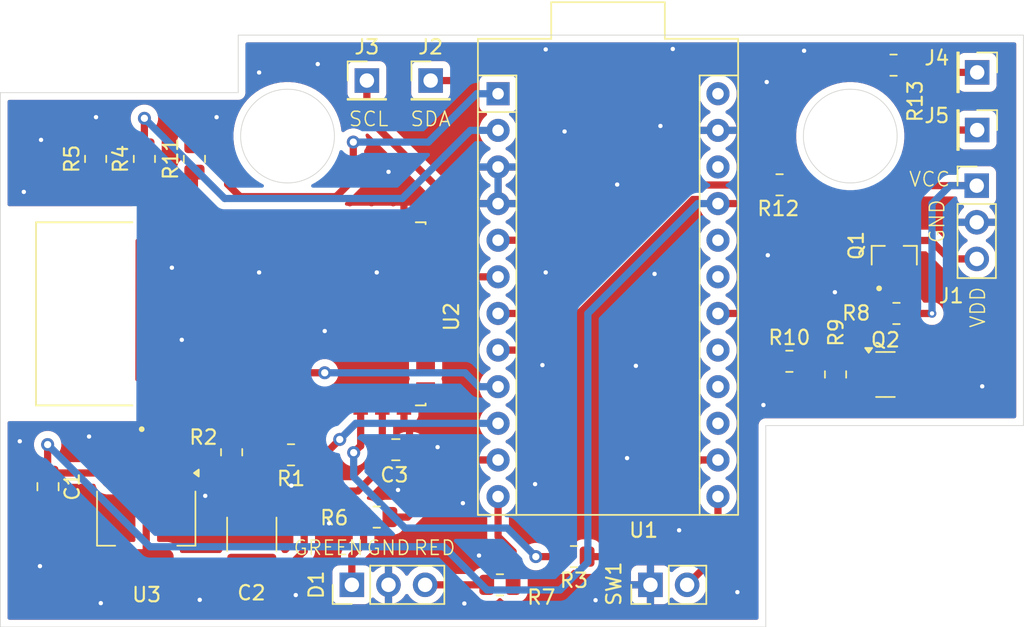
<source format=kicad_pcb>
(kicad_pcb (version 20241229) (generator "pcbnew") (generator_version "9.0")
  (layers (0 "F.Cu" signal) (2 "B.Cu" signal) (13 "F.Paste" user) (15 "B.Paste" user) (5 "F.SilkS" user "F.Silkscreen") (7 "B.SilkS" user "B.Silkscreen") (1 "F.Mask" user) (3 "B.Mask" user) (25 "Edge.Cuts" user))
  (net 0 "")
  (net 1 "Net-(Q2-C)")
  (net 2 "GND")
  (net 3 "Net-(Q2-B)")
  (net 4 "Net-(U1-D8{slash}A8)")
  (net 5 "VCC")
  (net 8 "Net-(U1-~D9{slash}A9)")
  (net 10 "Net-(U1-D16)")
  (net 12 "Net-(J4-Pin_1)")
  (net 13 "Net-(U1-~D10{slash}A10)")
  (net 14 "Net-(U1-D7)")
  (net 16 "Net-(U1-~D6{slash}A7)")
  (net 17 "Net-(J5-Pin_1)")
  (net 18 "Net-(U2-PIO[11])")
  (net 20 "Net-(U2-~{RESETB})")
  (net 31 "Net-(U2-UART-RX)")
  (net 33 "+3V3")
  (net 36 "Net-(U2-PIO[9])")
  (net 47 "Net-(D1-A2)")
  (net 48 "Net-(D1-A1)")
  (net 49 "VDD")
  (net 50 "Net-(J2-Pin_1)")
  (net 51 "Net-(J3-Pin_1)")
  (net 52 "Net-(U1-D19{slash}A1)")
  (net 54 "Net-(U1-D0{slash}RX)")
  (net 55 "Net-(U1-D1{slash}TX)")
  (net 57 "Net-(U1-~D5)")
  (net 58 "Net-(U1-D4{slash}A6)")
  (footprint "Resistor_SMD:R_0805_2012Metric" (layer "F.Cu") (at 89.5477 78.0034 90)
    (property "Reference" "R11" (at 0 -1.65 90) (layer "F.SilkS"))
    (property "Value" "470R")
    (fp_line (start -0.227064 -0.735) (end 0.227064 -0.735) (stroke (width 0.12)) (layer "F.SilkS"))
    (fp_line (start -0.227064 0.735) (end 0.227064 0.735) (stroke (width 0.12)) (layer "F.SilkS"))
    (pad "1" smd roundrect (at -0.9125 0 90) (size 1.025 1.4) (layers "F.Cu" "F.Mask" "F.Paste") (roundrect_rratio 0.243902) (net 36 "Net-(U2-PIO[9])"))
    (pad "2" smd roundrect (at 0.9125 0 90) (size 1.025 1.4) (layers "F.Cu" "F.Mask" "F.Paste") (roundrect_rratio 0.243902) (net 55 "Net-(U1-D1{slash}TX)"))
  )
  (footprint "Capacitor_SMD:C_1812_4532Metric" (layer "F.Cu") (at 93.5228 104.0384 90)
    (property "Reference" "C2" (at -4.064 -0.0254 180) (layer "F.SilkS"))
    (property "Value" "10uF")
    (fp_line (start -1.161252 -1.71) (end 1.161252 -1.71) (stroke (width 0.12)) (layer "F.SilkS"))
    (fp_line (start -1.161252 1.71) (end 1.161252 1.71) (stroke (width 0.12)) (layer "F.SilkS"))
    (pad "1" smd roundrect (at -2.05 0 90) (size 1.4 3.4) (layers "F.Cu" "F.Mask" "F.Paste") (roundrect_rratio 0.178571) (net 33 "+3V3"))
    (pad "2" smd roundrect (at 2.05 0 90) (size 1.4 3.4) (layers "F.Cu" "F.Mask" "F.Paste") (roundrect_rratio 0.178571) (net 2 "GND"))
  )
  (footprint "Package_TO_SOT_SMD:SOT-23" (layer "F.Cu") (at 137.4371 92.9538)
    (property "Reference" "Q2" (at 0 -2.4 0) (layer "F.SilkS"))
    (property "Value" "BC847" (hide yes))
    (fp_line (start 0 -1.56) (end -0.65 -1.56) (stroke (width 0.12)) (layer "F.SilkS"))
    (fp_line (start 0 -1.56) (end 0.65 -1.56) (stroke (width 0.12)) (layer "F.SilkS"))
    (fp_line (start 0 1.56) (end -0.65 1.56) (stroke (width 0.12)) (layer "F.SilkS"))
    (fp_line (start 0 1.56) (end 0.65 1.56) (stroke (width 0.12)) (layer "F.SilkS"))
    (fp_poly (pts (xy -1.1625 -1.51) (xy -1.4025 -1.84) (xy -0.9225 -1.84) (xy -1.1625 -1.51)) (stroke (width 0.12)) (fill yes) (layer "F.SilkS"))
    (pad "1" smd roundrect (at -0.9375 -0.95) (size 1.475 0.6) (layers "F.Cu" "F.Mask" "F.Paste") (net 3 "Net-(Q2-B)"))
    (pad "2" smd roundrect (at -0.9375 0.95) (size 1.475 0.6) (layers "F.Cu" "F.Mask" "F.Paste") (net 2 "GND"))
    (pad "3" smd roundrect (at 0.9375 0) (size 1.475 0.6) (layers "F.Cu" "F.Mask" "F.Paste") (net 1 "Net-(Q2-C)"))
  )
  (footprint "Capacitor_SMD:C_0805_2012Metric" (layer "F.Cu") (at 79.4004 100.7364 -90)
    (property "Reference" "C1" (at 0 -1.68 90) (layer "F.SilkS"))
    (property "Value" "100nF")
    (fp_line (start -0.261252 0.735) (end 0.261252 0.735) (stroke (width 0.12)) (layer "F.SilkS"))
    (fp_line (start -0.261252 -0.735) (end 0.261252 -0.735) (stroke (width 0.12)) (layer "F.SilkS"))
    (pad "1" smd roundrect (at -0.95 0 270) (size 1 1.45) (layers "F.Cu" "F.Mask" "F.Paste") (net 5 "VCC"))
    (pad "2" smd roundrect (at 0.95 0 270) (size 1 1.45) (layers "F.Cu" "F.Mask" "F.Paste") (net 2 "GND"))
  )
  (footprint "Resistor_SMD:R_0805_2012Metric" (layer "F.Cu") (at 96.2406 98.5266 180)
    (property "Reference" "R1" (at 0 -1.65 0) (layer "F.SilkS"))
    (property "Value" "1kR")
    (fp_line (start -0.227064 0.735) (end 0.227064 0.735) (stroke (width 0.12)) (layer "F.SilkS"))
    (fp_line (start -0.227064 -0.735) (end 0.227064 -0.735) (stroke (width 0.12)) (layer "F.SilkS"))
    (pad "1" smd roundrect (at -0.9125 0 180) (size 1.025 1.4) (layers "F.Cu" "F.Mask" "F.Paste") (roundrect_rratio 0.243902) (net 14 "Net-(U1-D7)"))
    (pad "2" smd roundrect (at 0.9125 0 180) (size 1.025 1.4) (layers "F.Cu" "F.Mask" "F.Paste") (roundrect_rratio 0.243902) (net 31 "Net-(U2-UART-RX)"))
  )
  (footprint "Capacitor_SMD:C_0805_2012Metric" (layer "F.Cu") (at 103.505 98.171)
    (property "Reference" "C3" (at -0.1016 1.7526 0) (layer "F.SilkS"))
    (property "Value" "100nF")
    (fp_line (start -0.261252 -0.735) (end 0.261252 -0.735) (stroke (width 0.12)) (layer "F.SilkS"))
    (fp_line (start -0.261252 0.735) (end 0.261252 0.735) (stroke (width 0.12)) (layer "F.SilkS"))
    (pad "1" smd roundrect (at -0.95 0) (size 1 1.45) (layers "F.Cu" "F.Mask" "F.Paste") (net 33 "+3V3"))
    (pad "2" smd roundrect (at 0.95 0) (size 1 1.45) (layers "F.Cu" "F.Mask" "F.Paste") (net 2 "GND"))
  )
  (footprint "Arduino:Sparkfun_Pro_Micro" (layer "F.Cu") (at 125.8316 101.4222 180)
    (property "Reference" "U1" (at 5.1562 -2.3368 0) (layer "F.SilkS"))
    (property "Value" "Sparkfun_Pro_Micro")
    (fp_line (start 16.637 31.75) (end 16.64 -1.27) (stroke (width 0.12)) (layer "F.SilkS"))
    (fp_line (start 16.637 -1.27) (end 1.27 -1.27) (stroke (width 0.12)) (layer "F.SilkS"))
    (fp_line (start 13.97 29.21) (end 16.64 29.21) (stroke (width 0.12)) (layer "F.SilkS"))
    (fp_line (start 13.97 26.67) (end 16.64 26.67) (stroke (width 0.12)) (layer "F.SilkS"))
    (fp_line (start 13.97 -1.27) (end 16.64 -1.27) (stroke (width 0.12)) (layer "F.SilkS"))
    (fp_line (start 13.97 -1.27) (end 13.97 29.21) (stroke (width 0.12)) (layer "F.SilkS"))
    (fp_line (start 11.557 34.29) (end 11.557 31.75) (stroke (width 0.12)) (layer "F.SilkS"))
    (fp_line (start 11.557 31.75) (end 16.637 31.75) (stroke (width 0.12)) (layer "F.SilkS"))
    (fp_line (start 3.683 34.29) (end 11.557 34.29) (stroke (width 0.12)) (layer "F.SilkS"))
    (fp_line (start 3.683 34.29) (end 3.683 31.75) (stroke (width 0.12)) (layer "F.SilkS"))
    (fp_line (start 1.27 29.21) (end -1.4 29.21) (stroke (width 0.12)) (layer "F.SilkS"))
    (fp_line (start 1.27 1.27) (end 1.27 29.21) (stroke (width 0.12)) (layer "F.SilkS"))
    (fp_line (start 1.27 1.27) (end 1.27 -1.27) (stroke (width 0.12)) (layer "F.SilkS"))
    (fp_line (start 1.27 -1.27) (end -1.397 -1.27) (stroke (width 0.12)) (layer "F.SilkS"))
    (fp_line (start -1.397 31.75) (end 3.683 31.75) (stroke (width 0.12)) (layer "F.SilkS"))
    (fp_line (start -1.397 -1.27) (end -1.397 31.75) (stroke (width 0.12)) (layer "F.SilkS"))
    (pad "1" thru_hole rect (at 15.24 27.94 180) (size 1.6 1.6) (drill 0.8) (layers "*.Cu" "*.Mask") (net 55 "Net-(U1-D1{slash}TX)"))
    (pad "2" thru_hole oval (at 15.24 25.4 180) (size 1.6 1.6) (drill 0.8) (layers "*.Cu" "*.Mask") (net 54 "Net-(U1-D0{slash}RX)"))
    (pad "3" thru_hole oval (at 15.24 22.86 180) (size 1.6 1.6) (drill 0.8) (layers "*.Cu" "*.Mask") (net 2 "GND"))
    (pad "4" thru_hole oval (at 15.24 20.32 180) (size 1.6 1.6) (drill 0.8) (layers "*.Cu" "*.Mask") (net 2 "GND"))
    (pad "5" thru_hole oval (at 15.24 17.78 180) (size 1.6 1.6) (drill 0.8) (layers "*.Cu" "*.Mask") (net 50 "Net-(J2-Pin_1)"))
    (pad "6" thru_hole oval (at 15.24 15.24 180) (size 1.6 1.6) (drill 0.8) (layers "*.Cu" "*.Mask") (net 51 "Net-(J3-Pin_1)"))
    (pad "7" thru_hole oval (at 15.24 12.7 180) (size 1.6 1.6) (drill 0.8) (layers "*.Cu" "*.Mask") (net 58 "Net-(U1-D4{slash}A6)"))
    (pad "8" thru_hole oval (at 15.24 10.16 180) (size 1.6 1.6) (drill 0.8) (layers "*.Cu" "*.Mask") (net 57 "Net-(U1-~D5)"))
    (pad "9" thru_hole oval (at 15.24 7.62 180) (size 1.6 1.6) (drill 0.8) (layers "*.Cu" "*.Mask") (net 16 "Net-(U1-~D6{slash}A7)"))
    (pad "10" thru_hole oval (at 15.24 5.08 180) (size 1.6 1.6) (drill 0.8) (layers "*.Cu" "*.Mask") (net 14 "Net-(U1-D7)"))
    (pad "11" thru_hole oval (at 15.24 2.54 180) (size 1.6 1.6) (drill 0.8) (layers "*.Cu" "*.Mask") (net 4 "Net-(U1-D8{slash}A8)"))
    (pad "12" thru_hole oval (at 15.24 0 180) (size 1.6 1.6) (drill 0.8) (layers "*.Cu" "*.Mask") (net 8 "Net-(U1-~D9{slash}A9)"))
    (pad "13" thru_hole oval (at 0 0 180) (size 1.6 1.6) (drill 0.8) (layers "*.Cu" "*.Mask") (net 13 "Net-(U1-~D10{slash}A10)"))
    (pad "14" thru_hole oval (at 0 2.54 180) (size 1.6 1.6) (drill 0.8) (layers "*.Cu" "*.Mask") (net 10 "Net-(U1-D16)"))
    (pad "15" thru_hole oval (at 0 5.08 180) (size 1.6 1.6) (drill 0.8) (layers "*.Cu" "*.Mask"))
    (pad "16" thru_hole oval (at 0 7.62 180) (size 1.6 1.6) (drill 0.8) (layers "*.Cu" "*.Mask"))
    (pad "17" thru_hole oval (at 0 10.16 180) (size 1.6 1.6) (drill 0.8) (layers "*.Cu" "*.Mask"))
    (pad "18" thru_hole oval (at 0 12.7 180) (size 1.6 1.6) (drill 0.8) (layers "*.Cu" "*.Mask") (net 52 "Net-(U1-D19{slash}A1)"))
    (pad "19" thru_hole oval (at 0 15.24 180) (size 1.6 1.6) (drill 0.8) (layers "*.Cu" "*.Mask"))
    (pad "20" thru_hole oval (at 0 17.78 180) (size 1.6 1.6) (drill 0.8) (layers "*.Cu" "*.Mask"))
    (pad "21" thru_hole oval (at 0 20.32 180) (size 1.6 1.6) (drill 0.8) (layers "*.Cu" "*.Mask") (net 5 "VCC"))
    (pad "22" thru_hole oval (at 0 22.86 180) (size 1.6 1.6) (drill 0.8) (layers "*.Cu" "*.Mask"))
    (pad "23" thru_hole oval (at 0 25.4 180) (size 1.6 1.6) (drill 0.8) (layers "*.Cu" "*.Mask") (net 2 "GND"))
    (pad "24" thru_hole oval (at 0 27.94 180) (size 1.6 1.6) (drill 0.8) (layers "*.Cu" "*.Mask"))
  )
  (footprint "irlml5103:SOT95P237X112-3N" (layer "F.Cu") (at 138.049 84.6836 90)
    (property "Reference" "Q1" (at 0.675 -2.635 90) (layer "F.SilkS"))
    (property "Value" "IRLML5103TRPBF" (hide yes))
    (fp_line (start 0.65 -1.565) (end 0.65 -0.65) (stroke (width 0.127)) (layer "F.SilkS"))
    (fp_line (start -0.65 -1.565) (end 0.65 -1.565) (stroke (width 0.127)) (layer "F.SilkS"))
    (fp_line (start 0.65 0.65) (end 0.65 1.565) (stroke (width 0.127)) (layer "F.SilkS"))
    (fp_line (start 0.65 1.565) (end -0.65 1.565) (stroke (width 0.127)) (layer "F.SilkS"))
    (fp_circle (center -2.3 -1.05) (end -2.2 -1.05) (stroke (width 0.2)) (fill no) (layer "F.SilkS"))
    (pad "1" smd roundrect (at -1.025 -0.95 90) (size 1.3 0.59) (layers "F.Cu" "F.Mask" "F.Paste") (roundrect_rratio 0.125) (net 1 "Net-(Q2-C)"))
    (pad "2" smd roundrect (at -1.025 0.95 90) (size 1.3 0.59) (layers "F.Cu" "F.Mask" "F.Paste") (roundrect_rratio 0.125) (net 5 "VCC"))
    (pad "3" smd roundrect (at 1.025 0 90) (size 1.3 0.59) (layers "F.Cu" "F.Mask" "F.Paste") (roundrect_rratio 0.125) (net 49 "VDD"))
  )
  (footprint "Resistor_SMD:R_0805_2012Metric" (layer "F.Cu") (at 86.0806 78.0034 90)
    (property "Reference" "R4" (at 0 -1.65 90) (layer "F.SilkS"))
    (property "Value" "470R")
    (fp_line (start -0.227064 -0.735) (end 0.227064 -0.735) (stroke (width 0.12)) (layer "F.SilkS"))
    (fp_line (start -0.227064 0.735) (end 0.227064 0.735) (stroke (width 0.12)) (layer "F.SilkS"))
    (pad "1" smd roundrect (at -0.9125 0 90) (size 1.025 1.4) (layers "F.Cu" "F.Mask" "F.Paste") (roundrect_rratio 0.243902) (net 18 "Net-(U2-PIO[11])"))
    (pad "2" smd roundrect (at 0.9125 0 90) (size 1.025 1.4) (layers "F.Cu" "F.Mask" "F.Paste") (roundrect_rratio 0.243902) (net 54 "Net-(U1-D0{slash}RX)"))
  )
  (footprint "Connector_PinHeader_2.54mm:PinHeader_1x02_P2.54mm_Vertical" (layer "F.Cu") (at 121.153 107.5436 90)
    (property "Reference" "SW1" (at 0.0762 -2.535 90) (layer "F.SilkS"))
    (property "Value" "Control Button")
    (fp_line (start -1.33 -1.33) (end 0 -1.33) (stroke (width 0.12)) (layer "F.SilkS"))
    (fp_line (start -1.33 0) (end -1.33 -1.33) (stroke (width 0.12)) (layer "F.SilkS"))
    (fp_line (start 1.33 1.27) (end 1.33 3.87) (stroke (width 0.12)) (layer "F.SilkS"))
    (fp_line (start -1.33 1.27) (end 1.33 1.27) (stroke (width 0.12)) (layer "F.SilkS"))
    (fp_line (start -1.33 1.27) (end -1.33 3.87) (stroke (width 0.12)) (layer "F.SilkS"))
    (fp_line (start -1.33 3.87) (end 1.33 3.87) (stroke (width 0.12)) (layer "F.SilkS"))
    (pad "1" thru_hole rect (at 0 0 90) (size 1.7 1.7) (drill 1) (layers "*.Cu" "*.Mask") (net 2 "GND"))
    (pad "2" thru_hole oval (at 0 2.54 90) (size 1.7 1.7) (drill 1) (layers "*.Cu" "*.Mask") (net 13 "Net-(U1-~D10{slash}A10)"))
  )
  (footprint "Resistor_SMD:R_0805_2012Metric" (layer "F.Cu") (at 82.7024 78.0034 90)
    (property "Reference" "R5" (at 0 -1.65 90) (layer "F.SilkS"))
    (property "Value" "10kR")
    (fp_line (start -0.227064 -0.735) (end 0.227064 -0.735) (stroke (width 0.12)) (layer "F.SilkS"))
    (fp_line (start -0.227064 0.735) (end 0.227064 0.735) (stroke (width 0.12)) (layer "F.SilkS"))
    (pad "1" smd roundrect (at -0.9125 0 90) (size 1.025 1.4) (layers "F.Cu" "F.Mask" "F.Paste") (roundrect_rratio 0.243902) (net 18 "Net-(U2-PIO[11])"))
    (pad "2" smd roundrect (at 0.9125 0 90) (size 1.025 1.4) (layers "F.Cu" "F.Mask" "F.Paste") (roundrect_rratio 0.243902) (net 2 "GND"))
  )
  (footprint "hc-05:XCVR_HC-05" (layer "F.Cu") (at 92.3944 88.7476 90)
    (property "Reference" "U2" (at -0.2032 14.9714 90) (layer "F.SilkS"))
    (property "Value" "HC-05")
    (fp_line (start 6.35 -13.825) (end 6.35 -7.145) (stroke (width 0.127)) (layer "F.SilkS"))
    (fp_line (start -6.35 -13.825) (end 6.35 -13.825) (stroke (width 0.127)) (layer "F.SilkS"))
    (fp_line (start -6.35 -7.145) (end -6.35 -13.825) (stroke (width 0.127)) (layer "F.SilkS"))
    (fp_line (start -6.35 12.495) (end -6.35 13.175) (stroke (width 0.127)) (layer "F.SilkS"))
    (fp_line (start 6.35 13.175) (end 6.35 12.495) (stroke (width 0.127)) (layer "F.SilkS"))
    (fp_line (start 6.22 13.175) (end 6.35 13.175) (stroke (width 0.127)) (layer "F.SilkS"))
    (fp_line (start -6.35 13.175) (end -6.22 13.175) (stroke (width 0.127)) (layer "F.SilkS"))
    (fp_circle (center -8 -6.5) (end -7.9 -6.5) (stroke (width 0.2)) (fill no) (layer "F.SilkS"))
    (pad "1" smd rect (at -6.35 -6.325 90) (size 1.3 1) (layers "F.Cu" "F.Mask" "F.Paste") (net 16 "Net-(U1-~D6{slash}A7)"))
    (pad "2" smd rect (at -6.35 -4.825 90) (size 1.3 1) (layers "F.Cu" "F.Mask" "F.Paste") (net 31 "Net-(U2-UART-RX)"))
    (pad "3" smd rect (at -6.35 -3.325 90) (size 1.3 1) (layers "F.Cu" "F.Mask" "F.Paste"))
    (pad "4" smd rect (at -6.35 -1.825 90) (size 1.3 1) (layers "F.Cu" "F.Mask" "F.Paste"))
    (pad "5" smd rect (at -6.35 -0.325 90) (size 1.3 1) (layers "F.Cu" "F.Mask" "F.Paste"))
    (pad "6" smd rect (at -6.35 1.175 90) (size 1.3 1) (layers "F.Cu" "F.Mask" "F.Paste"))
    (pad "7" smd rect (at -6.35 2.675 90) (size 1.3 1) (layers "F.Cu" "F.Mask" "F.Paste"))
    (pad "8" smd rect (at -6.35 4.175 90) (size 1.3 1) (layers "F.Cu" "F.Mask" "F.Paste"))
    (pad "9" smd rect (at -6.35 5.675 90) (size 1.3 1) (layers "F.Cu" "F.Mask" "F.Paste"))
    (pad "10" smd rect (at -6.35 7.175 90) (size 1.3 1) (layers "F.Cu" "F.Mask" "F.Paste"))
    (pad "11" smd rect (at -6.35 8.675 90) (size 1.3 1) (layers "F.Cu" "F.Mask" "F.Paste") (net 20 "Net-(U2-~{RESETB})"))
    (pad "12" smd rect (at -6.35 10.175 90) (size 1.3 1) (layers "F.Cu" "F.Mask" "F.Paste") (net 33 "+3V3"))
    (pad "13" smd rect (at -6.35 11.675 90) (size 1.3 1) (layers "F.Cu" "F.Mask" "F.Paste") (net 2 "GND"))
    (pad "14" smd rect (at -5.25 13.175 90) (size 1 1.3) (layers "F.Cu" "F.Mask" "F.Paste"))
    (pad "15" smd rect (at -3.75 13.175 90) (size 1 1.3) (layers "F.Cu" "F.Mask" "F.Paste"))
    (pad "16" smd rect (at -2.25 13.175 90) (size 1 1.3) (layers "F.Cu" "F.Mask" "F.Paste"))
    (pad "17" smd rect (at -0.75 13.175 90) (size 1 1.3) (layers "F.Cu" "F.Mask" "F.Paste"))
    (pad "18" smd rect (at 0.75 13.175 90) (size 1 1.3) (layers "F.Cu" "F.Mask" "F.Paste"))
    (pad "19" smd rect (at 2.25 13.175 90) (size 1 1.3) (layers "F.Cu" "F.Mask" "F.Paste"))
    (pad "20" smd rect (at 3.75 13.175 90) (size 1 1.3) (layers "F.Cu" "F.Mask" "F.Paste"))
    (pad "21" smd rect (at 5.25 13.175 90) (size 1 1.3) (layers "F.Cu" "F.Mask" "F.Paste") (net 2 "GND"))
    (pad "22" smd rect (at 6.35 11.675 90) (size 1.3 1) (layers "F.Cu" "F.Mask" "F.Paste") (net 2 "GND"))
    (pad "23" smd rect (at 6.35 10.175 90) (size 1.3 1) (layers "F.Cu" "F.Mask" "F.Paste"))
    (pad "24" smd rect (at 6.35 8.675 90) (size 1.3 1) (layers "F.Cu" "F.Mask" "F.Paste"))
    (pad "25" smd rect (at 6.35 7.175 90) (size 1.3 1) (layers "F.Cu" "F.Mask" "F.Paste"))
    (pad "26" smd rect (at 6.35 5.675 90) (size 1.3 1) (layers "F.Cu" "F.Mask" "F.Paste"))
    (pad "27" smd rect (at 6.35 4.175 90) (size 1.3 1) (layers "F.Cu" "F.Mask" "F.Paste"))
    (pad "28" smd rect (at 6.35 2.675 90) (size 1.3 1) (layers "F.Cu" "F.Mask" "F.Paste"))
    (pad "29" smd rect (at 6.35 1.175 90) (size 1.3 1) (layers "F.Cu" "F.Mask" "F.Paste"))
    (pad "30" smd rect (at 6.35 -0.325 90) (size 1.3 1) (layers "F.Cu" "F.Mask" "F.Paste"))
    (pad "31" smd rect (at 6.35 -1.825 90) (size 1.3 1) (layers "F.Cu" "F.Mask" "F.Paste"))
    (pad "32" smd rect (at 6.35 -3.325 90) (size 1.3 1) (layers "F.Cu" "F.Mask" "F.Paste") (net 36 "Net-(U2-PIO[9])"))
    (pad "33" smd rect (at 6.35 -4.825 90) (size 1.3 1) (layers "F.Cu" "F.Mask" "F.Paste"))
    (pad "34" smd rect (at 6.35 -6.325 90) (size 1.3 1) (layers "F.Cu" "F.Mask" "F.Paste") (net 18 "Net-(U2-PIO[11])"))
    (zone (net 0) (net_name "") (layer "F.Cu") (connect_pads (clearance 0)) (min_thickness 0.01)
      (keepout (tracks not_allowed) (vias not_allowed) (pads not_allowed) (copperpour not_allowed) (footprints allowed))
      (fill (thermal_gap 0.508) (thermal_bridge_width 0.508))
      (polygon (pts (xy 78.5444 95.0976) (xy 78.5444 82.3976) (xy 85.4444 82.3976) (xy 85.4444 95.0976)))
    )
    (zone (net 0) (net_name "") (layer "B.Cu") (connect_pads (clearance 0)) (min_thickness 0.01)
      (keepout (tracks not_allowed) (vias not_allowed) (pads not_allowed) (copperpour not_allowed) (footprints allowed))
      (fill (thermal_gap 0.508) (thermal_bridge_width 0.508))
      (polygon (pts (xy 78.5444 95.0976) (xy 78.5444 82.3976) (xy 85.4444 82.3976) (xy 85.4444 95.0976)))
    )
  )
  (footprint "Resistor_SMD:R_0805_2012Metric" (layer "F.Cu") (at 138.2014 88.7222 180)
    (property "Reference" "R8" (at 2.794 0.0254 0) (layer "F.SilkS"))
    (property "Value" "10kR")
    (fp_line (start -0.227064 0.735) (end 0.227064 0.735) (stroke (width 0.12)) (layer "F.SilkS"))
    (fp_line (start -0.227064 -0.735) (end 0.227064 -0.735) (stroke (width 0.12)) (layer "F.SilkS"))
    (pad "1" smd roundrect (at -0.9125 0 180) (size 1.025 1.4) (layers "F.Cu" "F.Mask" "F.Paste") (roundrect_rratio 0.243902) (net 5 "VCC"))
    (pad "2" smd roundrect (at 0.9125 0 180) (size 1.025 1.4) (layers "F.Cu" "F.Mask" "F.Paste") (roundrect_rratio 0.243902) (net 1 "Net-(Q2-C)"))
  )
  (footprint "Connector_PinHeader_2.54mm:PinHeader_1x03_P2.54mm_Vertical" (layer "F.Cu") (at 100.457 107.5436 90)
    (property "Reference" "D1" (at 0 -2.4638 90) (layer "F.SilkS"))
    (property "Value" "LED_Dual_AKA")
    (fp_line (start -1.33 -1.33) (end 0 -1.33) (stroke (width 0.12)) (layer "F.SilkS"))
    (fp_line (start -1.33 0) (end -1.33 -1.33) (stroke (width 0.12)) (layer "F.SilkS"))
    (fp_line (start 1.33 1.27) (end 1.33 6.41) (stroke (width 0.12)) (layer "F.SilkS"))
    (fp_line (start -1.33 1.27) (end 1.33 1.27) (stroke (width 0.12)) (layer "F.SilkS"))
    (fp_line (start -1.33 1.27) (end -1.33 6.41) (stroke (width 0.12)) (layer "F.SilkS"))
    (fp_line (start -1.33 6.41) (end 1.33 6.41) (stroke (width 0.12)) (layer "F.SilkS"))
    (pad "1" thru_hole rect (at 0 0 90) (size 1.7 1.7) (drill 1) (layers "*.Cu" "*.Mask") (net 48 "Net-(D1-A1)"))
    (pad "2" thru_hole oval (at 0 2.54 90) (size 1.7 1.7) (drill 1) (layers "*.Cu" "*.Mask") (net 2 "GND"))
    (pad "3" thru_hole oval (at 0 5.08 90) (size 1.7 1.7) (drill 1) (layers "*.Cu" "*.Mask") (net 47 "Net-(D1-A2)"))
  )
  (footprint "Resistor_SMD:R_0805_2012Metric" (layer "F.Cu") (at 130.78 92.0394)
    (property "Reference" "R10" (at 0 -1.65 0) (layer "F.SilkS"))
    (property "Value" "10kR")
    (fp_line (start -0.227064 -0.735) (end 0.227064 -0.735) (stroke (width 0.12)) (layer "F.SilkS"))
    (fp_line (start -0.227064 0.735) (end 0.227064 0.735) (stroke (width 0.12)) (layer "F.SilkS"))
    (pad "1" smd roundrect (at -0.9125 0) (size 1.025 1.4) (layers "F.Cu" "F.Mask" "F.Paste") (roundrect_rratio 0.243902) (net 52 "Net-(U1-D19{slash}A1)"))
    (pad "2" smd roundrect (at 0.9125 0) (size 1.025 1.4) (layers "F.Cu" "F.Mask" "F.Paste") (roundrect_rratio 0.243902) (net 3 "Net-(Q2-B)"))
  )
  (footprint "Package_TO_SOT_SMD:SOT-223-3_TabPin2" (layer "F.Cu") (at 86.2076 102.9208 -90)
    (property "Reference" "U3" (at 5.3086 -0.0254 180) (layer "F.SilkS"))
    (property "Value" "LD1117S33TR_SOT223" (hide yes))
    (fp_line (start -1.85 3.41) (end 1.91 3.41) (stroke (width 0.12)) (layer "F.SilkS"))
    (fp_line (start 1.91 3.41) (end 1.91 2.15) (stroke (width 0.12)) (layer "F.SilkS"))
    (fp_line (start -1.85 -3.41) (end 1.91 -3.41) (stroke (width 0.12)) (layer "F.SilkS"))
    (fp_line (start 1.91 -3.41) (end 1.91 -2.15) (stroke (width 0.12)) (layer "F.SilkS"))
    (fp_poly (pts (xy -3.13 -3.31) (xy -3.37 -3.64) (xy -2.89 -3.64) (xy -3.13 -3.31)) (stroke (width 0.12)) (fill yes) (layer "F.SilkS"))
    (pad "1" smd roundrect (at -3.15 -2.3 270) (size 2 1.5) (layers "F.Cu" "F.Mask" "F.Paste") (net 2 "GND"))
    (pad "2" smd roundrect (at -3.15 0 270) (size 2 1.5) (layers "F.Cu" "F.Mask" "F.Paste") (net 33 "+3V3"))
    (pad "2" smd roundrect (at 3.15 0 270) (size 2 3.8) (layers "F.Cu" "F.Mask" "F.Paste") (net 33 "+3V3"))
    (pad "3" smd roundrect (at -3.15 2.3 270) (size 2 1.5) (layers "F.Cu" "F.Mask" "F.Paste") (net 5 "VCC"))
  )
  (footprint "Resistor_SMD:R_0805_2012Metric" (layer "F.Cu") (at 102.1842 102.8446)
    (property "Reference" "R6" (at -2.9464 0.0508 0) (layer "F.SilkS"))
    (property "Value" "470R")
    (fp_line (start -0.227064 -0.735) (end 0.227064 -0.735) (stroke (width 0.12)) (layer "F.SilkS"))
    (fp_line (start -0.227064 0.735) (end 0.227064 0.735) (stroke (width 0.12)) (layer "F.SilkS"))
    (pad "1" smd roundrect (at -0.9125 0) (size 1.025 1.4) (layers "F.Cu" "F.Mask" "F.Paste") (roundrect_rratio 0.243902) (net 48 "Net-(D1-A1)"))
    (pad "2" smd roundrect (at 0.9125 0) (size 1.025 1.4) (layers "F.Cu" "F.Mask" "F.Paste") (roundrect_rratio 0.243902) (net 4 "Net-(U1-D8{slash}A8)"))
  )
  (footprint "Resistor_SMD:R_0805_2012Metric" (layer "F.Cu") (at 130.1 79.8 180)
    (property "Reference" "R12" (at 0.0875 -1.65 0) (layer "F.SilkS"))
    (property "Value" "1k")
    (fp_line (start -0.227064 0.735) (end 0.227064 0.735) (stroke (width 0.12)) (layer "F.SilkS"))
    (fp_line (start -0.227064 -0.735) (end 0.227064 -0.735) (stroke (width 0.12)) (layer "F.SilkS"))
    (pad "1" smd roundrect (at -0.9125 0 180) (size 1.025 1.4) (layers "F.Cu" "F.Mask" "F.Paste") (roundrect_rratio 0.243902) (net 17 "Net-(J5-Pin_1)"))
    (pad "2" smd roundrect (at 0.9125 0 180) (size 1.025 1.4) (layers "F.Cu" "F.Mask" "F.Paste") (roundrect_rratio 0.243902) (net 57 "Net-(U1-~D5)"))
  )
  (footprint "Resistor_SMD:R_0805_2012Metric" (layer "F.Cu") (at 133.9804 92.9519 -90)
    (property "Reference" "R9" (at -2.9089 -0.03 90) (layer "F.SilkS"))
    (property "Value" "100kR")
    (fp_line (start -0.227064 0.735) (end 0.227064 0.735) (stroke (width 0.12)) (layer "F.SilkS"))
    (fp_line (start -0.227064 -0.735) (end 0.227064 -0.735) (stroke (width 0.12)) (layer "F.SilkS"))
    (pad "1" smd roundrect (at -0.9125 0 270) (size 1.025 1.4) (layers "F.Cu" "F.Mask" "F.Paste") (roundrect_rratio 0.243902) (net 3 "Net-(Q2-B)"))
    (pad "2" smd roundrect (at 0.9125 0 270) (size 1.025 1.4) (layers "F.Cu" "F.Mask" "F.Paste") (roundrect_rratio 0.243902) (net 2 "GND"))
  )
  (footprint "Connector_PinHeader_2.54mm:PinHeader_1x01_P2.54mm_Vertical" (layer "F.Cu") (at 143.794 76 -90)
    (property "Reference" "J5" (at -1 2.794 180) (layer "F.SilkS"))
    (property "Value" "DM")
    (fp_line (start -1.38 1.38) (end 1.38 1.38) (stroke (width 0.12)) (layer "F.SilkS"))
    (fp_line (start -1.38 1.27) (end -1.38 1.38) (stroke (width 0.12)) (layer "F.SilkS"))
    (fp_line (start -1.38 1.27) (end 1.38 1.27) (stroke (width 0.12)) (layer "F.SilkS"))
    (fp_line (start 1.38 1.27) (end 1.38 1.38) (stroke (width 0.12)) (layer "F.SilkS"))
    (fp_line (start -1.38 0) (end -1.38 -1.38) (stroke (width 0.12)) (layer "F.SilkS"))
    (fp_line (start -1.38 -1.38) (end 0 -1.38) (stroke (width 0.12)) (layer "F.SilkS"))
    (pad "1" thru_hole rect (at 0 0 270) (size 1.7 1.7) (drill 1) (layers "*.Cu" "*.Mask") (net 17 "Net-(J5-Pin_1)"))
  )
  (footprint "Resistor_SMD:R_0805_2012Metric" (layer "F.Cu") (at 115.8494 105.5878 180)
    (property "Reference" "R3" (at 0 -1.65 0) (layer "F.SilkS"))
    (property "Value" "470R")
    (fp_line (start -0.227064 0.735) (end 0.227064 0.735) (stroke (width 0.12)) (layer "F.SilkS"))
    (fp_line (start -0.227064 -0.735) (end 0.227064 -0.735) (stroke (width 0.12)) (layer "F.SilkS"))
    (pad "1" smd roundrect (at -0.9125 0 180) (size 1.025 1.4) (layers "F.Cu" "F.Mask" "F.Paste") (roundrect_rratio 0.243902) (net 10 "Net-(U1-D16)"))
    (pad "2" smd roundrect (at 0.9125 0 180) (size 1.025 1.4) (layers "F.Cu" "F.Mask" "F.Paste") (roundrect_rratio 0.243902) (net 20 "Net-(U2-~{RESETB})"))
  )
  (footprint "Resistor_SMD:R_0805_2012Metric" (layer "F.Cu") (at 92.1258 98.3488 90)
    (property "Reference" "R2" (at 1.0414 -1.9558 0) (layer "F.SilkS"))
    (property "Value" "1k5R")
    (fp_line (start -0.227064 -0.735) (end 0.227064 -0.735) (stroke (width 0.12)) (layer "F.SilkS"))
    (fp_line (start -0.227064 0.735) (end 0.227064 0.735) (stroke (width 0.12)) (layer "F.SilkS"))
    (pad "1" smd roundrect (at -0.9125 0 90) (size 1.025 1.4) (layers "F.Cu" "F.Mask" "F.Paste") (roundrect_rratio 0.243902) (net 2 "GND"))
    (pad "2" smd roundrect (at 0.9125 0 90) (size 1.025 1.4) (layers "F.Cu" "F.Mask" "F.Paste") (roundrect_rratio 0.243902) (net 31 "Net-(U2-UART-RX)"))
  )
  (footprint "Resistor_SMD:R_0805_2012Metric" (layer "F.Cu") (at 110.7186 107.5436)
    (property "Reference" "R7" (at 2.8702 0.8636 0) (layer "F.SilkS"))
    (property "Value" "470R")
    (fp_line (start -0.227064 -0.735) (end 0.227064 -0.735) (stroke (width 0.12)) (layer "F.SilkS"))
    (fp_line (start -0.227064 0.735) (end 0.227064 0.735) (stroke (width 0.12)) (layer "F.SilkS"))
    (pad "1" smd roundrect (at -0.9125 0) (size 1.025 1.4) (layers "F.Cu" "F.Mask" "F.Paste") (roundrect_rratio 0.243902) (net 47 "Net-(D1-A2)"))
    (pad "2" smd roundrect (at 0.9125 0) (size 1.025 1.4) (layers "F.Cu" "F.Mask" "F.Paste") (roundrect_rratio 0.243902) (net 8 "Net-(U1-~D9{slash}A9)"))
  )
  (footprint "Connector_PinHeader_2.54mm:PinHeader_1x01_P2.54mm_Vertical" (layer "F.Cu") (at 105.918 72.5678)
    (property "Reference" "J2" (at 0 -2.33 0) (layer "F.SilkS"))
    (property "Value" "SDA")
    (fp_line (start -1.33 -1.33) (end 0 -1.33) (stroke (width 0.12)) (layer "F.SilkS"))
    (fp_line (start -1.33 0) (end -1.33 -1.33) (stroke (width 0.12)) (layer "F.SilkS"))
    (fp_line (start -1.33 1.27) (end -1.33 1.33) (stroke (width 0.12)) (layer "F.SilkS"))
    (fp_line (start -1.33 1.27) (end 1.33 1.27) (stroke (width 0.12)) (layer "F.SilkS"))
    (fp_line (start -1.33 1.33) (end 1.33 1.33) (stroke (width 0.12)) (layer "F.SilkS"))
    (fp_line (start 1.33 1.27) (end 1.33 1.33) (stroke (width 0.12)) (layer "F.SilkS"))
    (pad "1" thru_hole rect (at 0 0) (size 1.7 1.7) (drill 1) (layers "*.Cu" "*.Mask") (net 50 "Net-(J2-Pin_1)"))
  )
  (footprint "Connector_PinHeader_2.54mm:PinHeader_1x01_P2.54mm_Vertical" (layer "F.Cu") (at 101.4984 72.5678)
    (property "Reference" "J3" (at 0 -2.33 0) (layer "F.SilkS"))
    (property "Value" "SCL")
    (fp_line (start -1.33 -1.33) (end 0 -1.33) (stroke (width 0.12)) (layer "F.SilkS"))
    (fp_line (start -1.33 0) (end -1.33 -1.33) (stroke (width 0.12)) (layer "F.SilkS"))
    (fp_line (start -1.33 1.27) (end -1.33 1.33) (stroke (width 0.12)) (layer "F.SilkS"))
    (fp_line (start -1.33 1.27) (end 1.33 1.27) (stroke (width 0.12)) (layer "F.SilkS"))
    (fp_line (start -1.33 1.33) (end 1.33 1.33) (stroke (width 0.12)) (layer "F.SilkS"))
    (fp_line (start 1.33 1.27) (end 1.33 1.33) (stroke (width 0.12)) (layer "F.SilkS"))
    (pad "1" thru_hole rect (at 0 0) (size 1.7 1.7) (drill 1) (layers "*.Cu" "*.Mask") (net 51 "Net-(J3-Pin_1)"))
  )
  (footprint "Resistor_SMD:R_0805_2012Metric" (layer "F.Cu") (at 138 71.5 180)
    (property "Reference" "R13" (at -1.5 -2.5 270) (layer "F.SilkS"))
    (property "Value" "1k")
    (fp_line (start -0.227064 0.735) (end 0.227064 0.735) (stroke (width 0.12)) (layer "F.SilkS"))
    (fp_line (start -0.227064 -0.735) (end 0.227064 -0.735) (stroke (width 0.12)) (layer "F.SilkS"))
    (pad "1" smd roundrect (at -0.9125 0 180) (size 1.025 1.4) (layers "F.Cu" "F.Mask" "F.Paste") (roundrect_rratio 0.243902) (net 12 "Net-(J4-Pin_1)"))
    (pad "2" smd roundrect (at 0.9125 0 180) (size 1.025 1.4) (layers "F.Cu" "F.Mask" "F.Paste") (roundrect_rratio 0.243902) (net 58 "Net-(U1-D4{slash}A6)"))
  )
  (footprint "Connector_PinHeader_2.54mm:PinHeader_1x01_P2.54mm_Vertical" (layer "F.Cu") (at 143.794 72 -90)
    (property "Reference" "J4" (at -1 2.794 180) (layer "F.SilkS"))
    (property "Value" "DP")
    (fp_line (start -1.38 1.38) (end 1.38 1.38) (stroke (width 0.12)) (layer "F.SilkS"))
    (fp_line (start -1.38 1.27) (end -1.38 1.38) (stroke (width 0.12)) (layer "F.SilkS"))
    (fp_line (start -1.38 1.27) (end 1.38 1.27) (stroke (width 0.12)) (layer "F.SilkS"))
    (fp_line (start 1.38 1.27) (end 1.38 1.38) (stroke (width 0.12)) (layer "F.SilkS"))
    (fp_line (start -1.38 0) (end -1.38 -1.38) (stroke (width 0.12)) (layer "F.SilkS"))
    (fp_line (start -1.38 -1.38) (end 0 -1.38) (stroke (width 0.12)) (layer "F.SilkS"))
    (pad "1" thru_hole rect (at 0 0 270) (size 1.7 1.7) (drill 1) (layers "*.Cu" "*.Mask") (net 12 "Net-(J4-Pin_1)"))
  )
  (footprint "Connector_PinHeader_2.54mm:PinHeader_1x03_P2.54mm_Vertical" (layer "F.Cu") (at 143.764 79.8576)
    (property "Reference" "J1" (at -1.764 7.6424 0) (layer "F.SilkS"))
    (property "Value" "Power")
    (fp_line (start -1.33 -1.33) (end 0 -1.33) (stroke (width 0.12)) (layer "F.SilkS"))
    (fp_line (start -1.33 0) (end -1.33 -1.33) (stroke (width 0.12)) (layer "F.SilkS"))
    (fp_line (start -1.33 1.27) (end -1.33 6.41) (stroke (width 0.12)) (layer "F.SilkS"))
    (fp_line (start -1.33 1.27) (end 1.33 1.27) (stroke (width 0.12)) (layer "F.SilkS"))
    (fp_line (start -1.33 6.41) (end 1.33 6.41) (stroke (width 0.12)) (layer "F.SilkS"))
    (fp_line (start 1.33 1.27) (end 1.33 6.41) (stroke (width 0.12)) (layer "F.SilkS"))
    (pad "1" thru_hole rect (at 0 0) (size 1.7 1.7) (drill 1) (layers "*.Cu" "*.Mask") (net 5 "VCC"))
    (pad "2" thru_hole oval (at 0 2.54) (size 1.7 1.7) (drill 1) (layers "*.Cu" "*.Mask") (net 2 "GND"))
    (pad "3" thru_hole oval (at 0 5.08) (size 1.7 1.7) (drill 1) (layers "*.Cu" "*.Mask") (net 49 "VDD"))
  )
  (gr_line (start 92.583 69.4182) (end 92.583 73.406) (stroke (width 0.05)) (layer "Edge.Cuts"))
  (gr_line (start 129.1438 96.4946) (end 147 96.4946) (stroke (width 0.05)) (layer "Edge.Cuts"))
  (gr_circle (center 96 76.4182) (end 99.25 76.4182) (stroke (width 0.05)) (fill no) (layer "Edge.Cuts"))
  (gr_line (start 129.1438 110.4646) (end 129.1438 96.4946) (stroke (width 0.05)) (layer "Edge.Cuts"))
  (gr_line (start 147 96.4946) (end 147 69.4182) (stroke (width 0.05)) (layer "Edge.Cuts"))
  (gr_circle (center 135 76.4182) (end 138.25 76.4182) (stroke (width 0.05)) (fill no) (layer "Edge.Cuts"))
  (gr_line (start 76.098103 110.4646) (end 129.1438 110.4646) (stroke (width 0.05)) (layer "Edge.Cuts"))
  (gr_line (start 92.583 73.406) (end 76.098103 73.406) (stroke (width 0.05)) (layer "Edge.Cuts"))
  (gr_line (start 76.098103 73.406) (end 76.098103 110.4646) (stroke (width 0.05)) (layer "Edge.Cuts"))
  (gr_line (start 147 69.4182) (end 92.583 69.4182) (stroke (width 0.05)) (layer "Edge.Cuts"))
  (gr_text "GND" (at 141.605 83.9216 90) (layer "F.SilkS") (effects (font (size 1 1) (thickness 0.1)) (justify left bottom)))
  (gr_text "RED" (at 104.6734 105.5624 0) (layer "F.SilkS") (effects (font (size 1 1) (thickness 0.1)) (justify left bottom)))
  (gr_text "SCL" (at 100.1776 75.819 0) (layer "F.SilkS") (effects (font (size 1 1) (thickness 0.1)) (justify left bottom)))
  (gr_text "GND" (at 101.412562 105.5624 0) (layer "F.SilkS") (effects (font (size 1 1) (thickness 0.1)) (justify left bottom)))
  (gr_text "SDA" (at 104.4448 75.819 0) (layer "F.SilkS") (effects (font (size 1 1) (thickness 0.1)) (justify left bottom)))
  (gr_text "VCC" (at 139 80 0) (layer "F.SilkS") (effects (font (size 1 1) (thickness 0.1)) (justify left bottom)))
  (gr_text "VDD" (at 144.4244 89.789 90) (layer "F.SilkS") (effects (font (size 1 1) (thickness 0.1)) (justify left bottom)))
  (gr_text "GREEN" (at 96.3422 105.5624 0) (layer "F.SilkS") (effects (font (size 1 1) (thickness 0.1)) (justify left bottom)))
  (segment (start 138.3746 92.9538) (end 138.3746 91.0544) (width 0.5) (layer "F.Cu") (net 1))
  (segment (start 137.099 87.1118) (end 137.2889 87.3017) (width 0.5) (layer "F.Cu") (net 1))
  (segment (start 137.099 85.7086) (end 137.099 87.1118) (width 0.5) (layer "F.Cu") (net 1))
  (segment (start 137.2889 87.3017) (end 137.2889 88.7222) (width 0.5) (layer "F.Cu") (net 1))
  (segment (start 138.3746 91.0544) (end 137.2889 89.9687) (width 0.5) (layer "F.Cu") (net 1))
  (segment (start 137.2889 89.9687) (end 137.2889 88.7222) (width 0.5) (layer "F.Cu") (net 1))
  (via (at 113.665 92.3036) (size 0.6) (drill 0.3) (layers "F.Cu" "B.Cu") (net 2))
  (via (at 90.297 101.3714) (size 0.6) (drill 0.3) (layers "F.Cu" "B.Cu") (net 2))
  (via (at 121.4374 85.979) (size 0.6) (drill 0.3) (layers "F.Cu" "B.Cu") (net 2))
  (via (at 144.145 93.7768) (size 0.6) (drill 0.3) (layers "F.Cu" "B.Cu") (net 2))
  (via (at 96.266 100.6602) (size 0.6) (drill 0.3) (layers "F.Cu" "B.Cu") (net 2))
  (via (at 96.5708 108.2548) (size 0.6) (drill 0.3) (layers "F.Cu" "B.Cu") (net 2))
  (via (at 121.8438 75.7174) (size 0.6) (drill 0.3) (layers "F.Cu" "B.Cu") (net 2))
  (via (at 128.9812 95.0722) (size 0.6) (drill 0.3) (layers "F.Cu" "B.Cu") (net 2))
  (via (at 108.2548 108.839) (size 0.6) (drill 0.3) (layers "F.Cu" "B.Cu") (net 2))
  (via (at 113.8936 70.4088) (size 0.6) (drill 0.3) (layers "F.Cu" "B.Cu") (net 2))
  (via (at 78.8416 106.2482) (size 0.6) (drill 0.3) (layers "F.Cu" "B.Cu") (net 2))
  (via (at 133.9342 87.249) (size 0.6) (drill 0.3) (layers "F.Cu" "B.Cu") (net 2))
  (via (at 98.0948 71.4248) (size 0.6) (drill 0.3) (layers "F.Cu" "B.Cu") (net 2))
  (via (at 88.6714 90.551) (size 0.6) (drill 0.3) (layers "F.Cu" "B.Cu") (net 2))
  (via (at 94.0308 85.8774) (size 0.6) (drill 0.3) (layers "F.Cu" "B.Cu") (net 2))
  (via (at 91.0844 75.1078) (size 0.6) (drill 0.3) (layers "F.Cu" "B.Cu") (net 2))
  (via (at 77.724 80.2894) (size 0.6) (drill 0.3) (layers "F.Cu" "B.Cu") (net 2))
  (via (at 117.348 108.6104) (size 0.6) (drill 0.3) (layers "F.Cu" "B.Cu") (net 2))
  (via (at 115.2 76.1) (size 0.6) (drill 0.3) (layers "F.Cu" "B.Cu") (net 2))
  (via (at 127.1778 108.0516) (size 0.6) (drill 0.3) (layers "F.Cu" "B.Cu") (net 2))
  (via (at 98.5774 89.9414) (size 0.6) (drill 0.3) (layers "F.Cu" "B.Cu") (net 2))
  (via (at 108.1532 101.8794) (size 0.6) (drill 0.3) (layers "F.Cu" "B.Cu") (net 2))
  (via (at 129.286 84.6836) (size 0.6) (drill 0.3) (layers "F.Cu" "B.Cu") (net 2))
  (via (at 94.0308 72.009) (size 0.6) (drill 0.3) (layers "F.Cu" "B.Cu") (net 2))
  (via (at 113.8936 85.8774) (size 0.6) (drill 0.3) (layers "F.Cu" "B.Cu") (net 2))
  (via (at 83.058 108.8136) (size 0.6) (drill 0.3) (layers "F.Cu" "B.Cu") (net 2))
  (via (at 118.8466 79.7814) (size 0.6) (drill 0.3) (layers "F.Cu" "B.Cu") (net 2))
  (via (at 82.2452 97.2566) (size 0.6) (drill 0.3) (layers "F.Cu" "B.Cu") (net 2))
  (via (at 119.5324 98.7552) (size 0.6) (drill 0.3) (layers "F.Cu" "B.Cu") (net 2))
  (via (at 123.1392 103.759) (size 0.6) (drill 0.3) (layers "F.Cu" "B.Cu") (net 2))
  (via (at 98.8822 103.2764) (size 0.6) (drill 0.3) (layers "F.Cu" "B.Cu") (net 2))
  (via (at 113.157 100.5586) (size 0.6) (drill 0.3) (layers "F.Cu" "B.Cu") (net 2))
  (via (at 103.6574 100.965) (size 0.6) (drill 0.3) (layers "F.Cu" "B.Cu") (net 2))
  (via (at 77.4446 97.5868) (size 0.6) (drill 0.3) (layers "F.Cu" "B.Cu") (net 2))
  (via (at 103 78.9) (size 0.6) (drill 0.3) (layers "F.Cu" "B.Cu") (net 2))
  (via (at 109.2708 105.5116) (size 0.6) (drill 0.3) (layers "F.Cu" "B.Cu") (net 2))
  (via (at 102.1842 85.8774) (size 0.6) (drill 0.3) (layers "F.Cu" "B.Cu") (net 2))
  (via (at 120.142 92.3544) (size 0.6) (drill 0.3) (layers "F.Cu" "B.Cu") (net 2))
  (via (at 129.2098 72.6694) (size 0.6) (drill 0.3) (layers "F.Cu" "B.Cu") (net 2))
  (via (at 131.8 70.5) (size 0.6) (drill 0.3) (layers "F.Cu" "B.Cu") (net 2))
  (via (at 89.916 108.585) (size 0.6) (drill 0.3) (layers "F.Cu" "B.Cu") (net 2))
  (via (at 122.7 70.376911) (size 0.6) (drill 0.3) (layers "F.Cu" "B.Cu") (net 2))
  (via (at 87.9856 85.5472) (size 0.6) (drill 0.3) (layers "F.Cu" "B.Cu") (net 2))
  (via (at 82.7278 75.1078) (size 0.6) (drill 0.3) (layers "F.Cu" "B.Cu") (net 2))
  (via (at 106.4006 97.9932) (size 0.6) (drill 0.3) (layers "F.Cu" "B.Cu") (net 2))
  (via (at 78.9178 76.6826) (size 0.6) (drill 0.3) (layers "F.Cu" "B.Cu") (net 2))
  (segment (start 131.6925 92.0394) (end 136.464 92.0394) (width 0.5) (layer "F.Cu") (net 3))
  (segment (start 136.464 92.0394) (end 136.4996 92.0038) (width 0.5) (layer "F.Cu") (net 3))
  (segment (start 108.2802 98.8822) (end 104.3178 102.8446) (width 0.5) (layer "F.Cu") (net 4))
  (segment (start 104.3178 102.8446) (end 103.0967 102.8446) (width 0.5) (layer "F.Cu") (net 4))
  (segment (start 110.5916 98.8822) (end 108.2802 98.8822) (width 0.5) (layer "F.Cu") (net 4))
  (segment (start 79.4004 99.7864) (end 83.892 99.7864) (width 0.5) (layer "F.Cu") (net 5))
  (segment (start 139.1139 88.7222) (end 140.6652 88.7222) (width 0.5) (layer "F.Cu") (net 5))
  (segment (start 137.6 81.5) (end 128.3647 81.5) (width 0.5) (layer "F.Cu") (net 5))
  (segment (start 127.9669 81.1022) (end 125.8316 81.1022) (width 0.5) (layer "F.Cu") (net 5))
  (segment (start 128.3647 81.5) (end 127.9669 81.1022) (width 0.5) (layer "F.Cu") (net 5))
  (segment (start 79.375 97.8154) (end 79.375 99.761) (width 0.5) (layer "F.Cu") (net 5))
  (segment (start 138.999 87.3862) (end 138.999 85.7086) (width 0.5) (layer "F.Cu") (net 5))
  (segment (start 139.1139 87.5011) (end 138.999 87.3862) (width 0.5) (layer "F.Cu") (net 5))
  (segment (start 139.2424 79.8576) (end 137.6 81.5) (width 0.5) (layer "F.Cu") (net 5))
  (segment (start 83.892 99.7864) (end 83.9076 99.7708) (width 0.5) (layer "F.Cu") (net 5))
  (segment (start 139.1139 88.7222) (end 139.1139 87.5011) (width 0.5) (layer "F.Cu") (net 5))
  (segment (start 143.764 79.8576) (end 139.2424 79.8576) (width 0.5) (layer "F.Cu") (net 5))
  (segment (start 79.375 99.761) (end 79.4004 99.7864) (width 0.5) (layer "F.Cu") (net 5))
  (via (at 140.6652 88.7222) (size 0.6) (drill 0.3) (layers "F.Cu" "B.Cu") (net 5))
  (via (at 79.375 97.8154) (size 0.9) (drill 0.5) (layers "F.Cu" "B.Cu") (net 5))
  (segment (start 114.8842 107.8992) (end 109.8296 107.8992) (width 0.5) (layer "B.Cu") (net 5))
  (segment (start 109.8296 107.8992) (end 106.8324 104.902) (width 0.5) (layer "B.Cu") (net 5))
  (segment (start 116.8146 105.9688) (end 114.8842 107.8992) (width 0.5) (layer "B.Cu") (net 5))
  (segment (start 141.9098 79.8576) (end 143.764 79.8576) (width 0.5) (layer "B.Cu") (net 5))
  (segment (start 86.4616 104.902) (end 79.375 97.8154) (width 0.5) (layer "B.Cu") (net 5))
  (segment (start 140.6652 81.1022) (end 141.9098 79.8576) (width 0.5) (layer "B.Cu") (net 5))
  (segment (start 116.8146 88.7222) (end 116.8146 105.9688) (width 0.5) (layer "B.Cu") (net 5))
  (segment (start 124.4346 81.1022) (end 116.8146 88.7222) (width 0.5) (layer "B.Cu") (net 5))
  (segment (start 125.8316 81.1022) (end 124.4346 81.1022) (width 0.5) (layer "B.Cu") (net 5))
  (segment (start 140.6652 88.7222) (end 140.6652 81.1022) (width 0.5) (layer "B.Cu") (net 5))
  (segment (start 106.8324 104.902) (end 86.4616 104.902) (width 0.5) (layer "B.Cu") (net 5))
  (segment (start 111.6311 107.5436) (end 111.6311 105.2341) (width 0.5) (layer "F.Cu") (net 8))
  (segment (start 111.6311 105.2341) (end 110.5916 104.1946) (width 0.5) (layer "F.Cu") (net 8))
  (segment (start 110.5916 104.1946) (end 110.5916 101.4222) (width 0.5) (layer "F.Cu") (net 8))
  (segment (start 125.8316 98.8822) (end 124.587 98.8822) (width 0.5) (layer "F.Cu") (net 10))
  (segment (start 124.587 98.8822) (end 117.8814 105.5878) (width 0.5) (layer "F.Cu") (net 10))
  (segment (start 117.8814 105.5878) (end 116.7619 105.5878) (width 0.5) (layer "F.Cu") (net 10))
  (segment (start 140.5 71.5) (end 138.9125 71.5) (width 0.5) (layer "F.Cu") (net 12))
  (segment (start 141 72) (end 140.5 71.5) (width 0.5) (layer "F.Cu") (net 12))
  (segment (start 143.794 72) (end 141 72) (width 0.5) (layer "F.Cu") (net 12))
  (segment (start 125.8316 101.4222) (end 125.8316 105.405) (width 0.5) (layer "F.Cu") (net 13))
  (segment (start 125.8316 105.405) (end 123.693 107.5436) (width 0.5) (layer "F.Cu") (net 13))
  (segment (start 99.6188 97.4598) (end 98.552 98.5266) (width 0.5) (layer "F.Cu") (net 14))
  (segment (start 98.552 98.5266) (end 97.1531 98.5266) (width 0.5) (layer "F.Cu") (net 14))
  (via (at 99.6188 97.4598) (size 0.9) (drill 0.5) (layers "F.Cu" "B.Cu") (net 14))
  (segment (start 110.5916 96.3422) (end 100.7364 96.3422) (width 0.5) (layer "B.Cu") (net 14))
  (segment (start 99.6188 97.4598) (end 100.711 96.3676) (width 0.5) (layer "B.Cu") (net 14))
  (segment (start 100.7364 96.3422) (end 99.6188 97.4598) (width 0.5) (layer "B.Cu") (net 14))
  (segment (start 98.5774 92.837) (end 87.2744 92.837) (width 0.5) (layer "F.Cu") (net 16))
  (segment (start 86.0694 95.0976) (end 86.0694 94.042) (width 0.5) (layer "F.Cu") (net 16))
  (segment (start 86.0694 94.042) (end 87.2744 92.837) (width 0.5) (layer "F.Cu") (net 16))
  (via (at 98.5774 92.837) (size 0.9) (drill 0.5) (layers "F.Cu" "B.Cu") (net 16))
  (segment (start 110.5916 93.8022) (end 109.2708 93.8022) (width 0.5) (layer "B.Cu") (net 16))
  (segment (start 108.3056 92.837) (end 98.5774 92.837) (width 0.5) (layer "B.Cu") (net 16))
  (segment (start 109.2708 93.8022) (end 108.3056 92.837) (width 0.5) (layer "B.Cu") (net 16))
  (segment (start 132.8 80.7) (end 136.8 80.7) (width 0.5) (layer "F.Cu") (net 17))
  (segment (start 141.5 76) (end 143.794 76) (width 0.5) (layer "F.Cu") (net 17))
  (segment (start 131.9 79.8) (end 132.8 80.7) (width 0.5) (layer "F.Cu") (net 17))
  (segment (start 131.0125 79.8) (end 131.9 79.8) (width 0.5) (layer "F.Cu") (net 17))
  (segment (start 136.8 80.7) (end 141.5 76) (width 0.5) (layer "F.Cu") (net 17))
  (segment (start 86.0806 78.9159) (end 82.7024 78.9159) (width 0.5) (layer "F.Cu") (net 18))
  (segment (start 86.0806 78.9159) (end 86.0806 82.3864) (width 0.5) (layer "F.Cu") (net 18))
  (segment (start 86.0806 82.3864) (end 86.0694 82.3976) (width 0.5) (layer "F.Cu") (net 18))
  (segment (start 101.0694 95.0976) (end 101.0694 97.9142) (width 0.5) (layer "F.Cu") (net 20))
  (segment (start 114.9369 105.5878) (end 113.2078 105.5878) (width 0.5) (layer "F.Cu") (net 20))
  (segment (start 101.0694 97.9142) (end 101.044 97.9142) (width 0.5) (layer "F.Cu") (net 20))
  (segment (start 101.044 97.9142) (end 100.584 98.3742) (width 0.5) (layer "F.Cu") (net 20))
  (via (at 113.2078 105.5878) (size 0.9) (drill 0.5) (layers "F.Cu" "B.Cu") (net 20))
  (via (at 100.584 98.3742) (size 0.9) (drill 0.5) (layers "F.Cu" "B.Cu") (net 20))
  (segment (start 111.2266 103.6066) (end 104.14 103.6066) (width 0.5) (layer "B.Cu") (net 20))
  (segment (start 113.2078 105.5878) (end 111.2266 103.6066) (width 0.5) (layer "B.Cu") (net 20))
  (segment (start 100.584 100.0506) (end 100.584 98.3742) (width 0.5) (layer "B.Cu") (net 20))
  (segment (start 104.14 103.6066) (end 100.584 100.0506) (width 0.5) (layer "B.Cu") (net 20))
  (segment (start 94.234 98.5266) (end 95.3281 98.5266) (width 0.5) (layer "F.Cu") (net 31))
  (segment (start 92.1258 97.4363) (end 88.1907 97.4363) (width 0.5) (layer "F.Cu") (net 31))
  (segment (start 93.1437 97.4363) (end 94.234 98.5266) (width 0.5) (layer "F.Cu") (net 31))
  (segment (start 88.1907 97.4363) (end 87.5694 96.815) (width 0.5) (layer "F.Cu") (net 31))
  (segment (start 87.5694 96.815) (end 87.5694 95.0976) (width 0.5) (layer "F.Cu") (net 31))
  (segment (start 92.1258 97.4363) (end 93.1437 97.4363) (width 0.5) (layer "F.Cu") (net 31))
  (segment (start 102.5042 99.4004) (end 100.8634 101.0412) (width 0.5) (layer "F.Cu") (net 33))
  (segment (start 102.5694 98.1566) (end 102.555 98.171) (width 0.5) (layer "F.Cu") (net 33))
  (segment (start 97.155 105.2068) (end 97.155 104.1146) (width 0.5) (layer "F.Cu") (net 33))
  (segment (start 102.555 98.171) (end 102.555 99.4004) (width 0.5) (layer "F.Cu") (net 33))
  (segment (start 98.4504 101.0412) (end 97.155 102.3366) (width 0.5) (layer "F.Cu") (net 33))
  (segment (start 93.5228 106.0884) (end 96.2734 106.0884) (width 0.5) (layer "F.Cu") (net 33))
  (segment (start 100.8634 101.0412) (end 98.4504 101.0412) (width 0.5) (layer "F.Cu") (net 33))
  (segment (start 102.5694 95.0976) (end 102.5694 98.1566) (width 0.5) (layer "F.Cu") (net 33))
  (segment (start 86.2076 106.0708) (end 86.2076 99.7708) (width 0.5) (layer "F.Cu") (net 33))
  (segment (start 97.155 102.3366) (end 97.155 104.1146) (width 0.5) (layer "F.Cu") (net 33))
  (segment (start 96.2734 106.0884) (end 97.155 105.2068) (width 0.5) (layer "F.Cu") (net 33))
  (segment (start 102.555 99.4004) (end 102.5042 99.4004) (width 0.5) (layer "F.Cu") (net 33))
  (segment (start 86.2252 106.0884) (end 86.2076 106.0708) (width 0.5) (layer "F.Cu") (net 33))
  (segment (start 93.5228 106.0884) (end 86.2252 106.0884) (width 0.5) (layer "F.Cu") (net 33))
  (segment (start 89.0694 80.7296) (end 89.5477 80.2513) (width 0.5) (layer "F.Cu") (net 36))
  (segment (start 89.5477 80.2513) (end 89.5477 78.9159) (width 0.5) (layer "F.Cu") (net 36))
  (segment (start 89.0694 82.3976) (end 89.0694 80.7296) (width 0.5) (layer "F.Cu") (net 36))
  (segment (start 105.537 107.5436) (end 109.8061 107.5436) (width 0.5) (layer "F.Cu") (net 47))
  (segment (start 101.2717 102.8446) (end 101.2717 104.6969) (width 0.5) (layer "F.Cu") (net 48))
  (segment (start 101.2717 104.6969) (end 100.457 105.5116) (width 0.5) (layer "F.Cu") (net 48))
  (segment (start 100.457 105.5116) (end 100.457 107.5436) (width 0.5) (layer "F.Cu") (net 48))
  (segment (start 138.049 83.6586) (end 140.58 83.6586) (width 0.5) (layer "F.Cu") (net 49))
  (segment (start 140.58 83.6586) (end 141.859 84.9376) (width 0.5) (layer "F.Cu") (net 49))
  (segment (start 141.859 84.9376) (end 143.764 84.9376) (width 0.5) (layer "F.Cu") (net 49))
  (segment (start 107.6452 72.5678) (end 105.918 72.5678) (width 0.5) (layer "F.Cu") (net 50))
  (segment (start 112.4712 71.0438) (end 109.1692 71.0438) (width 0.5) (layer "F.Cu") (net 50))
  (segment (start 113.7412 72.3138) (end 112.4712 71.0438) (width 0.5) (layer "F.Cu") (net 50))
  (segment (start 110.5916 83.6422) (end 112.4966 83.6422) (width 0.5) (layer "F.Cu") (net 50))
  (segment (start 112.4966 83.6422) (end 113.7412 82.3976) (width 0.5) (layer "F.Cu") (net 50))
  (segment (start 109.1692 71.0438) (end 107.6452 72.5678) (width 0.5) (layer "F.Cu") (net 50))
  (segment (start 113.7412 82.3976) (end 113.7412 72.3138) (width 0.5) (layer "F.Cu") (net 50))
  (segment (start 107.9246 81.5246) (end 101.4984 75.0984) (width 0.5) (layer "F.Cu") (net 51))
  (segment (start 109.1184 86.1822) (end 107.9246 84.9884) (width 0.5) (layer "F.Cu") (net 51))
  (segment (start 107.9246 84.9884) (end 107.9246 81.5246) (width 0.5) (layer "F.Cu") (net 51))
  (segment (start 101.4984 75.0984) (end 101.4984 72.5678) (width 0.5) (layer "F.Cu") (net 51))
  (segment (start 110.5916 86.1822) (end 109.1184 86.1822) (width 0.5) (layer "F.Cu") (net 51))
  (segment (start 129.8675 90.2181) (end 129.8675 92.0394) (width 0.5) (layer "F.Cu") (net 52))
  (segment (start 125.8316 88.7222) (end 128.3716 88.7222) (width 0.5) (layer "F.Cu") (net 52))
  (segment (start 128.3716 88.7222) (end 129.8675 90.2181) (width 0.5) (layer "F.Cu") (net 52))
  (segment (start 86.0806 75.184) (end 86.0806 77.0909) (width 0.5) (layer "F.Cu") (net 54))
  (via (at 86.0806 75.184) (size 0.9) (drill 0.5) (layers "F.Cu" "B.Cu") (net 54))
  (segment (start 91.6432 80.7466) (end 86.0806 75.184) (width 0.5) (layer "B.Cu") (net 54))
  (segment (start 108.6778 76.0222) (end 103.9534 80.7466) (width 0.5) (layer "B.Cu") (net 54))
  (segment (start 110.5916 76.0222) (end 108.6778 76.0222) (width 0.5) (layer "B.Cu") (net 54))
  (segment (start 103.9534 80.7466) (end 91.6432 80.7466) (width 0.5) (layer "B.Cu") (net 54))
  (segment (start 89.5477 77.0909) (end 90.8069 77.0909) (width 0.5) (layer "F.Cu") (net 55))
  (segment (start 92.71 80.6196) (end 99.3648 80.6196) (width 0.5) (layer "F.Cu") (net 55))
  (segment (start 100.5586 79.4258) (end 100.5586 76.835) (width 0.5) (layer "F.Cu") (net 55))
  (segment (start 99.3648 80.6196) (end 100.5586 79.4258) (width 0.5) (layer "F.Cu") (net 55))
  (segment (start 91.8464 79.756) (end 92.71 80.6196) (width 0.5) (layer "F.Cu") (net 55))
  (segment (start 91.8464 78.1304) (end 91.8464 79.756) (width 0.5) (layer "F.Cu") (net 55))
  (segment (start 90.8069 77.0909) (end 91.8464 78.1304) (width 0.5) (layer "F.Cu") (net 55))
  (via (at 100.5586 76.835) (size 0.9) (drill 0.5) (layers "F.Cu" "B.Cu") (net 55))
  (segment (start 105.765 76.835) (end 100.5586 76.835) (width 0.5) (layer "B.Cu") (net 55))
  (segment (start 110.5916 73.4822) (end 109.1178 73.4822) (width 0.5) (layer "B.Cu") (net 55))
  (segment (start 109.1178 73.4822) (end 105.765 76.835) (width 0.5) (layer "B.Cu") (net 55))
  (segment (start 112.2378 91.2622) (end 110.5916 91.2622) (width 0.5) (layer "F.Cu") (net 57))
  (segment (start 129.1743 79.8132) (end 129.1875 79.8) (width 0.5) (layer "F.Cu") (net 57))
  (segment (start 123.7 79.8) (end 123.7132 79.8132) (width 0.5) (layer "F.Cu") (net 57))
  (segment (start 123.7 79.8) (end 112.2378 91.2622) (width 0.5) (layer "F.Cu") (net 57))
  (segment (start 123.7132 79.8132) (end 129.1743 79.8132) (width 0.5) (layer "F.Cu") (net 57))
  (segment (start 116.9 78) (end 123.4 71.5) (width 0.5) (layer "F.Cu") (net 58))
  (segment (start 116.9 84.7) (end 116.9 78) (width 0.5) (layer "F.Cu") (net 58))
  (segment (start 110.5916 88.7222) (end 112.8778 88.7222) (width 0.5) (layer "F.Cu") (net 58))
  (segment (start 112.8778 88.7222) (end 116.9 84.7) (width 0.5) (layer "F.Cu") (net 58))
  (segment (start 123.4 71.5) (end 137.0875 71.5) (width 0.5) (layer "F.Cu") (net 58))
  (zone (net 2) (net_name "GND") (layer "F.Cu") (connect_pads (clearance 0.5)) (min_thickness 0.25) (fill yes (thermal_gap 0.5) (thermal_bridge_width 0.5))
    (polygon (pts (xy 92.583 69.4182) (xy 92.583 73.4314) (xy 76.1238 73.406) (xy 76.1238 81.28) (xy 85.471 81.28) (xy 85.4456 96.1898) (xy 76.1238 96.1898) (xy 76.1238 110.4646) (xy 129.159 110.4646) (xy 129.159 96.4946) (xy 146.9898 96.4692) (xy 146.9898 69.4182)))
  )
  (zone (net 2) (net_name "GND") (layer "B.Cu") (connect_pads (clearance 0.5)) (min_thickness 0.25) (fill yes (thermal_gap 0.5) (thermal_bridge_width 0.5))
    (polygon (pts (xy 92.6592 69.4182) (xy 92.6592 73.4314) (xy 76.2 73.406) (xy 76.2 81.28) (xy 85.5472 81.28) (xy 85.5218 96.1898) (xy 76.2 96.1898) (xy 76.2 110.4646) (xy 129.2352 110.4646) (xy 129.2352 96.4946) (xy 147.066 96.4692) (xy 147.066 69.4182)))
  )
)
</source>
